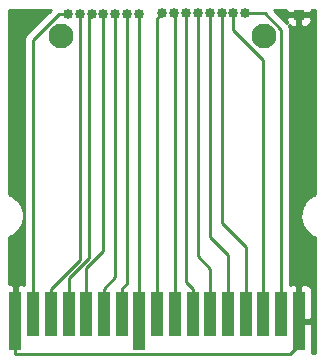
<source format=gbr>
G04 #@! TF.GenerationSoftware,KiCad,Pcbnew,(5.1.5)-3*
G04 #@! TF.CreationDate,2021-01-08T13:27:43+01:00*
G04 #@! TF.ProjectId,ndsbreakoutboard,6e647362-7265-4616-9b6f-7574626f6172,1.0*
G04 #@! TF.SameCoordinates,Original*
G04 #@! TF.FileFunction,Copper,L1,Top*
G04 #@! TF.FilePolarity,Positive*
%FSLAX46Y46*%
G04 Gerber Fmt 4.6, Leading zero omitted, Abs format (unit mm)*
G04 Created by KiCad (PCBNEW (5.1.5)-3) date 2021-01-08 13:27:43*
%MOMM*%
%LPD*%
G04 APERTURE LIST*
%ADD10R,1.000000X5.000000*%
%ADD11R,1.000000X3.800000*%
%ADD12C,0.850000*%
%ADD13O,0.850000X0.850000*%
%ADD14R,0.850000X0.850000*%
%ADD15C,2.100000*%
%ADD16C,0.250000*%
%ADD17C,0.254000*%
G04 APERTURE END LIST*
D10*
X85670001Y-88655000D03*
D11*
X87170001Y-88055000D03*
X90170001Y-88055000D03*
X88670001Y-88055000D03*
X94670001Y-88055000D03*
X93170001Y-88055000D03*
X91670001Y-88055000D03*
D10*
X96170001Y-88655000D03*
D11*
X100670001Y-88055000D03*
X99170001Y-88055000D03*
X102170001Y-88055000D03*
X103670001Y-88055000D03*
X105170001Y-88055000D03*
X97670001Y-88055000D03*
X108170001Y-88055000D03*
X106670001Y-88055000D03*
D10*
X109670001Y-88655000D03*
D12*
X98120200Y-62611000D03*
D13*
X99120200Y-62611000D03*
X100120200Y-62611000D03*
X101120200Y-62611000D03*
X102120200Y-62611000D03*
X103120200Y-62611000D03*
X104120200Y-62611000D03*
X105120200Y-62611000D03*
D14*
X109677200Y-62712600D03*
D12*
X90119200Y-62636400D03*
D13*
X91119200Y-62636400D03*
X92119200Y-62636400D03*
X93119200Y-62636400D03*
X94119200Y-62636400D03*
X95119200Y-62636400D03*
X96119200Y-62636400D03*
D15*
X106680000Y-64516000D03*
X89535000Y-64516000D03*
D16*
X97670001Y-63061199D02*
X98120200Y-62611000D01*
X97670001Y-88055000D02*
X97670001Y-63061199D01*
X99170001Y-62660801D02*
X99120200Y-62611000D01*
X99170001Y-88055000D02*
X99170001Y-62660801D01*
X100120200Y-63212040D02*
X100120200Y-62611000D01*
X100120200Y-85355199D02*
X100120200Y-63212040D01*
X100670001Y-85905000D02*
X100120200Y-85355199D01*
X100670001Y-88055000D02*
X100670001Y-85905000D01*
X102170001Y-88055000D02*
X102170001Y-84237601D01*
X101120200Y-83187800D02*
X101120200Y-62611000D01*
X102170001Y-84237601D02*
X101120200Y-83187800D01*
X103670001Y-88055000D02*
X103670001Y-83096001D01*
X102120200Y-81546200D02*
X102120200Y-62611000D01*
X103670001Y-83096001D02*
X102120200Y-81546200D01*
X105170001Y-88055000D02*
X105170001Y-82411601D01*
X103120200Y-80361800D02*
X103120200Y-62611000D01*
X105170001Y-82411601D02*
X103120200Y-80361800D01*
X104120200Y-63991202D02*
X104120200Y-63212040D01*
X104120200Y-63212040D02*
X104120200Y-62611000D01*
X106670001Y-66541003D02*
X104120200Y-63991202D01*
X106670001Y-88055000D02*
X106670001Y-66541003D01*
X106810002Y-62611000D02*
X105721240Y-62611000D01*
X105721240Y-62611000D02*
X105120200Y-62611000D01*
X108170001Y-63970999D02*
X106810002Y-62611000D01*
X108170001Y-88055000D02*
X108170001Y-63970999D01*
X109670001Y-62719799D02*
X109677200Y-62712600D01*
X109670001Y-88655000D02*
X109670001Y-62719799D01*
X85695002Y-91430001D02*
X85670001Y-91405000D01*
X109670001Y-90655000D02*
X108895000Y-91430001D01*
X85670001Y-91405000D02*
X85670001Y-88655000D01*
X108895000Y-91430001D02*
X85695002Y-91430001D01*
X109670001Y-88655000D02*
X109670001Y-90655000D01*
X89444200Y-62636400D02*
X90119200Y-62636400D01*
X89379598Y-62636400D02*
X89444200Y-62636400D01*
X87170001Y-64845997D02*
X89379598Y-62636400D01*
X87170001Y-88055000D02*
X87170001Y-64845997D01*
X91119200Y-83455801D02*
X91119200Y-63237440D01*
X91119200Y-63237440D02*
X91119200Y-62636400D01*
X88670001Y-85905000D02*
X91119200Y-83455801D01*
X88670001Y-88055000D02*
X88670001Y-85905000D01*
X91869201Y-62886399D02*
X92119200Y-62636400D01*
X91869201Y-83342210D02*
X91869201Y-62886399D01*
X90170001Y-88055000D02*
X90170001Y-85041410D01*
X90170001Y-85041410D02*
X91869201Y-83342210D01*
X93119200Y-82728621D02*
X93119200Y-62636400D01*
X91670001Y-88055000D02*
X91670001Y-84177820D01*
X91670001Y-84177820D02*
X93119200Y-82728621D01*
X94119200Y-84955801D02*
X94119200Y-62636400D01*
X93170001Y-88055000D02*
X93170001Y-85905000D01*
X93170001Y-85905000D02*
X94119200Y-84955801D01*
X95119200Y-85455801D02*
X95119200Y-63237440D01*
X94670001Y-85905000D02*
X95119200Y-85455801D01*
X95119200Y-63237440D02*
X95119200Y-62636400D01*
X94670001Y-88055000D02*
X94670001Y-85905000D01*
X96170001Y-62687201D02*
X96119200Y-62636400D01*
X96170001Y-88655000D02*
X96170001Y-62687201D01*
D17*
G36*
X108617200Y-62426850D02*
G01*
X108775950Y-62585600D01*
X109550200Y-62585600D01*
X109550200Y-62565600D01*
X109804200Y-62565600D01*
X109804200Y-62585600D01*
X110578450Y-62585600D01*
X110737200Y-62426850D01*
X110740219Y-62290000D01*
X111065001Y-62290000D01*
X111065000Y-77919134D01*
X111027608Y-77931319D01*
X110969925Y-77956580D01*
X110911860Y-77981047D01*
X110903360Y-77985729D01*
X110688117Y-78106268D01*
X110636438Y-78142252D01*
X110584231Y-78177532D01*
X110576802Y-78183776D01*
X110389071Y-78343826D01*
X110345341Y-78389187D01*
X110301004Y-78433913D01*
X110294929Y-78441481D01*
X110141861Y-78634948D01*
X110107790Y-78687916D01*
X110072972Y-78740420D01*
X110068483Y-78749024D01*
X109955907Y-78968538D01*
X109932752Y-79027169D01*
X109908816Y-79085384D01*
X109906087Y-79094686D01*
X109906083Y-79094696D01*
X109906081Y-79094706D01*
X109838289Y-79331895D01*
X109826979Y-79393818D01*
X109814789Y-79455665D01*
X109813918Y-79465330D01*
X109793487Y-79711179D01*
X109794420Y-79774146D01*
X109794475Y-79837153D01*
X109795497Y-79846803D01*
X109823207Y-80091939D01*
X109836358Y-80153548D01*
X109848646Y-80215326D01*
X109851523Y-80224593D01*
X109926320Y-80459678D01*
X109951184Y-80517552D01*
X109975239Y-80575771D01*
X109979860Y-80584299D01*
X109979862Y-80584304D01*
X109979865Y-80584308D01*
X110098896Y-80800384D01*
X110134540Y-80852344D01*
X110169431Y-80904761D01*
X110175622Y-80912233D01*
X110334358Y-81101078D01*
X110379418Y-81145128D01*
X110423828Y-81189772D01*
X110431353Y-81195899D01*
X110623747Y-81350315D01*
X110676493Y-81384766D01*
X110728740Y-81419941D01*
X110737312Y-81424490D01*
X110956035Y-81538595D01*
X111014460Y-81562142D01*
X111064919Y-81583301D01*
X111064995Y-91380000D01*
X110765321Y-91380000D01*
X110795813Y-91279482D01*
X110808073Y-91155000D01*
X110805001Y-88940750D01*
X110646251Y-88782000D01*
X109797001Y-88782000D01*
X109797001Y-88802000D01*
X109543001Y-88802000D01*
X109543001Y-88782000D01*
X109523001Y-88782000D01*
X109523001Y-88528000D01*
X109543001Y-88528000D01*
X109543001Y-85678750D01*
X109797001Y-85678750D01*
X109797001Y-88528000D01*
X110646251Y-88528000D01*
X110805001Y-88369250D01*
X110808073Y-86155000D01*
X110795813Y-86030518D01*
X110759503Y-85910820D01*
X110700538Y-85800506D01*
X110621186Y-85703815D01*
X110524495Y-85624463D01*
X110414181Y-85565498D01*
X110294483Y-85529188D01*
X110170001Y-85516928D01*
X109955751Y-85520000D01*
X109797001Y-85678750D01*
X109543001Y-85678750D01*
X109384251Y-85520000D01*
X109170001Y-85516928D01*
X109045519Y-85529188D01*
X108930001Y-85564230D01*
X108930001Y-64008321D01*
X108933677Y-63970998D01*
X108930001Y-63933675D01*
X108930001Y-63933666D01*
X108919004Y-63822013D01*
X108875547Y-63678752D01*
X108849630Y-63630265D01*
X108848123Y-63627445D01*
X108897706Y-63668137D01*
X109008020Y-63727102D01*
X109127718Y-63763412D01*
X109252200Y-63775672D01*
X109391450Y-63772600D01*
X109550200Y-63613850D01*
X109550200Y-62839600D01*
X109804200Y-62839600D01*
X109804200Y-63613850D01*
X109962950Y-63772600D01*
X110102200Y-63775672D01*
X110226682Y-63763412D01*
X110346380Y-63727102D01*
X110456694Y-63668137D01*
X110553385Y-63588785D01*
X110632737Y-63492094D01*
X110691702Y-63381780D01*
X110728012Y-63262082D01*
X110740272Y-63137600D01*
X110737200Y-62998350D01*
X110578450Y-62839600D01*
X109804200Y-62839600D01*
X109550200Y-62839600D01*
X108775950Y-62839600D01*
X108617200Y-62998350D01*
X108614128Y-63137600D01*
X108626388Y-63262082D01*
X108662698Y-63381780D01*
X108670867Y-63397063D01*
X107563803Y-62290000D01*
X108614181Y-62290000D01*
X108617200Y-62426850D01*
G37*
X108617200Y-62426850D02*
X108775950Y-62585600D01*
X109550200Y-62585600D01*
X109550200Y-62565600D01*
X109804200Y-62565600D01*
X109804200Y-62585600D01*
X110578450Y-62585600D01*
X110737200Y-62426850D01*
X110740219Y-62290000D01*
X111065001Y-62290000D01*
X111065000Y-77919134D01*
X111027608Y-77931319D01*
X110969925Y-77956580D01*
X110911860Y-77981047D01*
X110903360Y-77985729D01*
X110688117Y-78106268D01*
X110636438Y-78142252D01*
X110584231Y-78177532D01*
X110576802Y-78183776D01*
X110389071Y-78343826D01*
X110345341Y-78389187D01*
X110301004Y-78433913D01*
X110294929Y-78441481D01*
X110141861Y-78634948D01*
X110107790Y-78687916D01*
X110072972Y-78740420D01*
X110068483Y-78749024D01*
X109955907Y-78968538D01*
X109932752Y-79027169D01*
X109908816Y-79085384D01*
X109906087Y-79094686D01*
X109906083Y-79094696D01*
X109906081Y-79094706D01*
X109838289Y-79331895D01*
X109826979Y-79393818D01*
X109814789Y-79455665D01*
X109813918Y-79465330D01*
X109793487Y-79711179D01*
X109794420Y-79774146D01*
X109794475Y-79837153D01*
X109795497Y-79846803D01*
X109823207Y-80091939D01*
X109836358Y-80153548D01*
X109848646Y-80215326D01*
X109851523Y-80224593D01*
X109926320Y-80459678D01*
X109951184Y-80517552D01*
X109975239Y-80575771D01*
X109979860Y-80584299D01*
X109979862Y-80584304D01*
X109979865Y-80584308D01*
X110098896Y-80800384D01*
X110134540Y-80852344D01*
X110169431Y-80904761D01*
X110175622Y-80912233D01*
X110334358Y-81101078D01*
X110379418Y-81145128D01*
X110423828Y-81189772D01*
X110431353Y-81195899D01*
X110623747Y-81350315D01*
X110676493Y-81384766D01*
X110728740Y-81419941D01*
X110737312Y-81424490D01*
X110956035Y-81538595D01*
X111014460Y-81562142D01*
X111064919Y-81583301D01*
X111064995Y-91380000D01*
X110765321Y-91380000D01*
X110795813Y-91279482D01*
X110808073Y-91155000D01*
X110805001Y-88940750D01*
X110646251Y-88782000D01*
X109797001Y-88782000D01*
X109797001Y-88802000D01*
X109543001Y-88802000D01*
X109543001Y-88782000D01*
X109523001Y-88782000D01*
X109523001Y-88528000D01*
X109543001Y-88528000D01*
X109543001Y-85678750D01*
X109797001Y-85678750D01*
X109797001Y-88528000D01*
X110646251Y-88528000D01*
X110805001Y-88369250D01*
X110808073Y-86155000D01*
X110795813Y-86030518D01*
X110759503Y-85910820D01*
X110700538Y-85800506D01*
X110621186Y-85703815D01*
X110524495Y-85624463D01*
X110414181Y-85565498D01*
X110294483Y-85529188D01*
X110170001Y-85516928D01*
X109955751Y-85520000D01*
X109797001Y-85678750D01*
X109543001Y-85678750D01*
X109384251Y-85520000D01*
X109170001Y-85516928D01*
X109045519Y-85529188D01*
X108930001Y-85564230D01*
X108930001Y-64008321D01*
X108933677Y-63970998D01*
X108930001Y-63933675D01*
X108930001Y-63933666D01*
X108919004Y-63822013D01*
X108875547Y-63678752D01*
X108849630Y-63630265D01*
X108848123Y-63627445D01*
X108897706Y-63668137D01*
X109008020Y-63727102D01*
X109127718Y-63763412D01*
X109252200Y-63775672D01*
X109391450Y-63772600D01*
X109550200Y-63613850D01*
X109550200Y-62839600D01*
X109804200Y-62839600D01*
X109804200Y-63613850D01*
X109962950Y-63772600D01*
X110102200Y-63775672D01*
X110226682Y-63763412D01*
X110346380Y-63727102D01*
X110456694Y-63668137D01*
X110553385Y-63588785D01*
X110632737Y-63492094D01*
X110691702Y-63381780D01*
X110728012Y-63262082D01*
X110740272Y-63137600D01*
X110737200Y-62998350D01*
X110578450Y-62839600D01*
X109804200Y-62839600D01*
X109550200Y-62839600D01*
X108775950Y-62839600D01*
X108617200Y-62998350D01*
X108614128Y-63137600D01*
X108626388Y-63262082D01*
X108662698Y-63381780D01*
X108670867Y-63397063D01*
X107563803Y-62290000D01*
X108614181Y-62290000D01*
X108617200Y-62426850D01*
G36*
X86658999Y-64282198D02*
G01*
X86630001Y-64305996D01*
X86606203Y-64334994D01*
X86606202Y-64334995D01*
X86535027Y-64421721D01*
X86464455Y-64553751D01*
X86420999Y-64697012D01*
X86406325Y-64845997D01*
X86410002Y-64883330D01*
X86410001Y-85564230D01*
X86294483Y-85529188D01*
X86170001Y-85516928D01*
X85955751Y-85520000D01*
X85797001Y-85678750D01*
X85797001Y-88528000D01*
X85817001Y-88528000D01*
X85817001Y-88782000D01*
X85797001Y-88782000D01*
X85797001Y-88802000D01*
X85543001Y-88802000D01*
X85543001Y-88782000D01*
X85523001Y-88782000D01*
X85523001Y-88528000D01*
X85543001Y-88528000D01*
X85543001Y-85678750D01*
X85384251Y-85520000D01*
X85170001Y-85516928D01*
X85147946Y-85519100D01*
X85149745Y-81517657D01*
X85195680Y-81502288D01*
X85253204Y-81476558D01*
X85311033Y-81451654D01*
X85319493Y-81446908D01*
X85319499Y-81446905D01*
X85319504Y-81446901D01*
X85527164Y-81328460D01*
X85578584Y-81292055D01*
X85630488Y-81256383D01*
X85637860Y-81250087D01*
X85637867Y-81250082D01*
X85637872Y-81250076D01*
X85818573Y-81093556D01*
X85861950Y-81047848D01*
X85905928Y-81002784D01*
X85911938Y-80995174D01*
X85911944Y-80995168D01*
X85911948Y-80995161D01*
X86058805Y-80806524D01*
X86092450Y-80753305D01*
X86126866Y-80700513D01*
X86131287Y-80691875D01*
X86238711Y-80478298D01*
X86261389Y-80419529D01*
X86284885Y-80361085D01*
X86287544Y-80351752D01*
X86351438Y-80121377D01*
X86362271Y-80059319D01*
X86373966Y-79997428D01*
X86374762Y-79987756D01*
X86392692Y-79749360D01*
X86391264Y-79686380D01*
X86390715Y-79623397D01*
X86389617Y-79613755D01*
X86360901Y-79376415D01*
X86347270Y-79314922D01*
X86334496Y-79253235D01*
X86331546Y-79243990D01*
X86257277Y-79016746D01*
X86231944Y-78959031D01*
X86207448Y-78901039D01*
X86202759Y-78892543D01*
X86085766Y-78684055D01*
X86049730Y-78632397D01*
X86014413Y-78580232D01*
X86008163Y-78572808D01*
X85852903Y-78391014D01*
X85807513Y-78347332D01*
X85762742Y-78303026D01*
X85755175Y-78296964D01*
X85755169Y-78296958D01*
X85755162Y-78296954D01*
X85567555Y-78148783D01*
X85514547Y-78114751D01*
X85462021Y-78079984D01*
X85453413Y-78075502D01*
X85240591Y-77966591D01*
X85182006Y-77943512D01*
X85150758Y-77930695D01*
X85150032Y-62290000D01*
X88651196Y-62290000D01*
X86658999Y-64282198D01*
G37*
X86658999Y-64282198D02*
X86630001Y-64305996D01*
X86606203Y-64334994D01*
X86606202Y-64334995D01*
X86535027Y-64421721D01*
X86464455Y-64553751D01*
X86420999Y-64697012D01*
X86406325Y-64845997D01*
X86410002Y-64883330D01*
X86410001Y-85564230D01*
X86294483Y-85529188D01*
X86170001Y-85516928D01*
X85955751Y-85520000D01*
X85797001Y-85678750D01*
X85797001Y-88528000D01*
X85817001Y-88528000D01*
X85817001Y-88782000D01*
X85797001Y-88782000D01*
X85797001Y-88802000D01*
X85543001Y-88802000D01*
X85543001Y-88782000D01*
X85523001Y-88782000D01*
X85523001Y-88528000D01*
X85543001Y-88528000D01*
X85543001Y-85678750D01*
X85384251Y-85520000D01*
X85170001Y-85516928D01*
X85147946Y-85519100D01*
X85149745Y-81517657D01*
X85195680Y-81502288D01*
X85253204Y-81476558D01*
X85311033Y-81451654D01*
X85319493Y-81446908D01*
X85319499Y-81446905D01*
X85319504Y-81446901D01*
X85527164Y-81328460D01*
X85578584Y-81292055D01*
X85630488Y-81256383D01*
X85637860Y-81250087D01*
X85637867Y-81250082D01*
X85637872Y-81250076D01*
X85818573Y-81093556D01*
X85861950Y-81047848D01*
X85905928Y-81002784D01*
X85911938Y-80995174D01*
X85911944Y-80995168D01*
X85911948Y-80995161D01*
X86058805Y-80806524D01*
X86092450Y-80753305D01*
X86126866Y-80700513D01*
X86131287Y-80691875D01*
X86238711Y-80478298D01*
X86261389Y-80419529D01*
X86284885Y-80361085D01*
X86287544Y-80351752D01*
X86351438Y-80121377D01*
X86362271Y-80059319D01*
X86373966Y-79997428D01*
X86374762Y-79987756D01*
X86392692Y-79749360D01*
X86391264Y-79686380D01*
X86390715Y-79623397D01*
X86389617Y-79613755D01*
X86360901Y-79376415D01*
X86347270Y-79314922D01*
X86334496Y-79253235D01*
X86331546Y-79243990D01*
X86257277Y-79016746D01*
X86231944Y-78959031D01*
X86207448Y-78901039D01*
X86202759Y-78892543D01*
X86085766Y-78684055D01*
X86049730Y-78632397D01*
X86014413Y-78580232D01*
X86008163Y-78572808D01*
X85852903Y-78391014D01*
X85807513Y-78347332D01*
X85762742Y-78303026D01*
X85755175Y-78296964D01*
X85755169Y-78296958D01*
X85755162Y-78296954D01*
X85567555Y-78148783D01*
X85514547Y-78114751D01*
X85462021Y-78079984D01*
X85453413Y-78075502D01*
X85240591Y-77966591D01*
X85182006Y-77943512D01*
X85150758Y-77930695D01*
X85150032Y-62290000D01*
X88651196Y-62290000D01*
X86658999Y-64282198D01*
M02*

</source>
